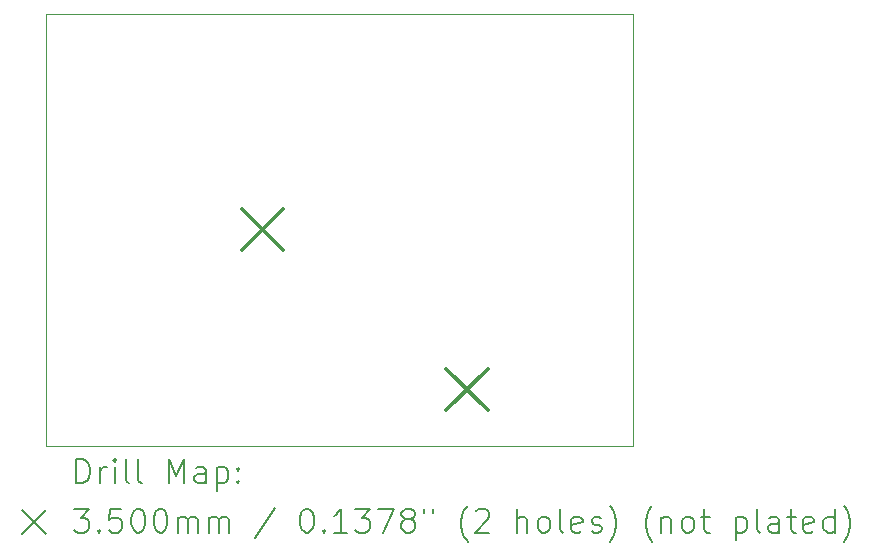
<source format=gbr>
%TF.GenerationSoftware,KiCad,Pcbnew,8.0.5*%
%TF.CreationDate,2025-01-03T23:13:27-05:00*%
%TF.ProjectId,PierogiNixiePSU,50696572-6f67-4694-9e69-786965505355,rev?*%
%TF.SameCoordinates,Original*%
%TF.FileFunction,Drillmap*%
%TF.FilePolarity,Positive*%
%FSLAX45Y45*%
G04 Gerber Fmt 4.5, Leading zero omitted, Abs format (unit mm)*
G04 Created by KiCad (PCBNEW 8.0.5) date 2025-01-03 23:13:27*
%MOMM*%
%LPD*%
G01*
G04 APERTURE LIST*
%ADD10C,0.050000*%
%ADD11C,0.200000*%
%ADD12C,0.350000*%
G04 APERTURE END LIST*
D10*
X2080000Y-2140000D02*
X7050000Y-2140000D01*
X7050000Y-5800000D01*
X2080000Y-5800000D01*
X2080000Y-2140000D01*
D11*
D12*
X3740500Y-3792500D02*
X4090500Y-4142500D01*
X4090500Y-3792500D02*
X3740500Y-4142500D01*
X5470500Y-5147500D02*
X5820500Y-5497500D01*
X5820500Y-5147500D02*
X5470500Y-5497500D01*
D11*
X2338277Y-6113984D02*
X2338277Y-5913984D01*
X2338277Y-5913984D02*
X2385896Y-5913984D01*
X2385896Y-5913984D02*
X2414467Y-5923508D01*
X2414467Y-5923508D02*
X2433515Y-5942555D01*
X2433515Y-5942555D02*
X2443039Y-5961603D01*
X2443039Y-5961603D02*
X2452563Y-5999698D01*
X2452563Y-5999698D02*
X2452563Y-6028269D01*
X2452563Y-6028269D02*
X2443039Y-6066365D01*
X2443039Y-6066365D02*
X2433515Y-6085412D01*
X2433515Y-6085412D02*
X2414467Y-6104460D01*
X2414467Y-6104460D02*
X2385896Y-6113984D01*
X2385896Y-6113984D02*
X2338277Y-6113984D01*
X2538277Y-6113984D02*
X2538277Y-5980650D01*
X2538277Y-6018746D02*
X2547801Y-5999698D01*
X2547801Y-5999698D02*
X2557324Y-5990174D01*
X2557324Y-5990174D02*
X2576372Y-5980650D01*
X2576372Y-5980650D02*
X2595420Y-5980650D01*
X2662086Y-6113984D02*
X2662086Y-5980650D01*
X2662086Y-5913984D02*
X2652563Y-5923508D01*
X2652563Y-5923508D02*
X2662086Y-5933031D01*
X2662086Y-5933031D02*
X2671610Y-5923508D01*
X2671610Y-5923508D02*
X2662086Y-5913984D01*
X2662086Y-5913984D02*
X2662086Y-5933031D01*
X2785896Y-6113984D02*
X2766848Y-6104460D01*
X2766848Y-6104460D02*
X2757324Y-6085412D01*
X2757324Y-6085412D02*
X2757324Y-5913984D01*
X2890658Y-6113984D02*
X2871610Y-6104460D01*
X2871610Y-6104460D02*
X2862086Y-6085412D01*
X2862086Y-6085412D02*
X2862086Y-5913984D01*
X3119229Y-6113984D02*
X3119229Y-5913984D01*
X3119229Y-5913984D02*
X3185896Y-6056841D01*
X3185896Y-6056841D02*
X3252562Y-5913984D01*
X3252562Y-5913984D02*
X3252562Y-6113984D01*
X3433515Y-6113984D02*
X3433515Y-6009222D01*
X3433515Y-6009222D02*
X3423991Y-5990174D01*
X3423991Y-5990174D02*
X3404943Y-5980650D01*
X3404943Y-5980650D02*
X3366848Y-5980650D01*
X3366848Y-5980650D02*
X3347801Y-5990174D01*
X3433515Y-6104460D02*
X3414467Y-6113984D01*
X3414467Y-6113984D02*
X3366848Y-6113984D01*
X3366848Y-6113984D02*
X3347801Y-6104460D01*
X3347801Y-6104460D02*
X3338277Y-6085412D01*
X3338277Y-6085412D02*
X3338277Y-6066365D01*
X3338277Y-6066365D02*
X3347801Y-6047317D01*
X3347801Y-6047317D02*
X3366848Y-6037793D01*
X3366848Y-6037793D02*
X3414467Y-6037793D01*
X3414467Y-6037793D02*
X3433515Y-6028269D01*
X3528753Y-5980650D02*
X3528753Y-6180650D01*
X3528753Y-5990174D02*
X3547801Y-5980650D01*
X3547801Y-5980650D02*
X3585896Y-5980650D01*
X3585896Y-5980650D02*
X3604943Y-5990174D01*
X3604943Y-5990174D02*
X3614467Y-5999698D01*
X3614467Y-5999698D02*
X3623991Y-6018746D01*
X3623991Y-6018746D02*
X3623991Y-6075888D01*
X3623991Y-6075888D02*
X3614467Y-6094936D01*
X3614467Y-6094936D02*
X3604943Y-6104460D01*
X3604943Y-6104460D02*
X3585896Y-6113984D01*
X3585896Y-6113984D02*
X3547801Y-6113984D01*
X3547801Y-6113984D02*
X3528753Y-6104460D01*
X3709705Y-6094936D02*
X3719229Y-6104460D01*
X3719229Y-6104460D02*
X3709705Y-6113984D01*
X3709705Y-6113984D02*
X3700182Y-6104460D01*
X3700182Y-6104460D02*
X3709705Y-6094936D01*
X3709705Y-6094936D02*
X3709705Y-6113984D01*
X3709705Y-5990174D02*
X3719229Y-5999698D01*
X3719229Y-5999698D02*
X3709705Y-6009222D01*
X3709705Y-6009222D02*
X3700182Y-5999698D01*
X3700182Y-5999698D02*
X3709705Y-5990174D01*
X3709705Y-5990174D02*
X3709705Y-6009222D01*
X1877500Y-6342500D02*
X2077500Y-6542500D01*
X2077500Y-6342500D02*
X1877500Y-6542500D01*
X2319229Y-6333984D02*
X2443039Y-6333984D01*
X2443039Y-6333984D02*
X2376372Y-6410174D01*
X2376372Y-6410174D02*
X2404944Y-6410174D01*
X2404944Y-6410174D02*
X2423991Y-6419698D01*
X2423991Y-6419698D02*
X2433515Y-6429222D01*
X2433515Y-6429222D02*
X2443039Y-6448269D01*
X2443039Y-6448269D02*
X2443039Y-6495888D01*
X2443039Y-6495888D02*
X2433515Y-6514936D01*
X2433515Y-6514936D02*
X2423991Y-6524460D01*
X2423991Y-6524460D02*
X2404944Y-6533984D01*
X2404944Y-6533984D02*
X2347801Y-6533984D01*
X2347801Y-6533984D02*
X2328753Y-6524460D01*
X2328753Y-6524460D02*
X2319229Y-6514936D01*
X2528753Y-6514936D02*
X2538277Y-6524460D01*
X2538277Y-6524460D02*
X2528753Y-6533984D01*
X2528753Y-6533984D02*
X2519229Y-6524460D01*
X2519229Y-6524460D02*
X2528753Y-6514936D01*
X2528753Y-6514936D02*
X2528753Y-6533984D01*
X2719229Y-6333984D02*
X2623991Y-6333984D01*
X2623991Y-6333984D02*
X2614467Y-6429222D01*
X2614467Y-6429222D02*
X2623991Y-6419698D01*
X2623991Y-6419698D02*
X2643039Y-6410174D01*
X2643039Y-6410174D02*
X2690658Y-6410174D01*
X2690658Y-6410174D02*
X2709705Y-6419698D01*
X2709705Y-6419698D02*
X2719229Y-6429222D01*
X2719229Y-6429222D02*
X2728753Y-6448269D01*
X2728753Y-6448269D02*
X2728753Y-6495888D01*
X2728753Y-6495888D02*
X2719229Y-6514936D01*
X2719229Y-6514936D02*
X2709705Y-6524460D01*
X2709705Y-6524460D02*
X2690658Y-6533984D01*
X2690658Y-6533984D02*
X2643039Y-6533984D01*
X2643039Y-6533984D02*
X2623991Y-6524460D01*
X2623991Y-6524460D02*
X2614467Y-6514936D01*
X2852562Y-6333984D02*
X2871610Y-6333984D01*
X2871610Y-6333984D02*
X2890658Y-6343508D01*
X2890658Y-6343508D02*
X2900182Y-6353031D01*
X2900182Y-6353031D02*
X2909705Y-6372079D01*
X2909705Y-6372079D02*
X2919229Y-6410174D01*
X2919229Y-6410174D02*
X2919229Y-6457793D01*
X2919229Y-6457793D02*
X2909705Y-6495888D01*
X2909705Y-6495888D02*
X2900182Y-6514936D01*
X2900182Y-6514936D02*
X2890658Y-6524460D01*
X2890658Y-6524460D02*
X2871610Y-6533984D01*
X2871610Y-6533984D02*
X2852562Y-6533984D01*
X2852562Y-6533984D02*
X2833515Y-6524460D01*
X2833515Y-6524460D02*
X2823991Y-6514936D01*
X2823991Y-6514936D02*
X2814467Y-6495888D01*
X2814467Y-6495888D02*
X2804943Y-6457793D01*
X2804943Y-6457793D02*
X2804943Y-6410174D01*
X2804943Y-6410174D02*
X2814467Y-6372079D01*
X2814467Y-6372079D02*
X2823991Y-6353031D01*
X2823991Y-6353031D02*
X2833515Y-6343508D01*
X2833515Y-6343508D02*
X2852562Y-6333984D01*
X3043039Y-6333984D02*
X3062086Y-6333984D01*
X3062086Y-6333984D02*
X3081134Y-6343508D01*
X3081134Y-6343508D02*
X3090658Y-6353031D01*
X3090658Y-6353031D02*
X3100182Y-6372079D01*
X3100182Y-6372079D02*
X3109705Y-6410174D01*
X3109705Y-6410174D02*
X3109705Y-6457793D01*
X3109705Y-6457793D02*
X3100182Y-6495888D01*
X3100182Y-6495888D02*
X3090658Y-6514936D01*
X3090658Y-6514936D02*
X3081134Y-6524460D01*
X3081134Y-6524460D02*
X3062086Y-6533984D01*
X3062086Y-6533984D02*
X3043039Y-6533984D01*
X3043039Y-6533984D02*
X3023991Y-6524460D01*
X3023991Y-6524460D02*
X3014467Y-6514936D01*
X3014467Y-6514936D02*
X3004943Y-6495888D01*
X3004943Y-6495888D02*
X2995420Y-6457793D01*
X2995420Y-6457793D02*
X2995420Y-6410174D01*
X2995420Y-6410174D02*
X3004943Y-6372079D01*
X3004943Y-6372079D02*
X3014467Y-6353031D01*
X3014467Y-6353031D02*
X3023991Y-6343508D01*
X3023991Y-6343508D02*
X3043039Y-6333984D01*
X3195420Y-6533984D02*
X3195420Y-6400650D01*
X3195420Y-6419698D02*
X3204943Y-6410174D01*
X3204943Y-6410174D02*
X3223991Y-6400650D01*
X3223991Y-6400650D02*
X3252563Y-6400650D01*
X3252563Y-6400650D02*
X3271610Y-6410174D01*
X3271610Y-6410174D02*
X3281134Y-6429222D01*
X3281134Y-6429222D02*
X3281134Y-6533984D01*
X3281134Y-6429222D02*
X3290658Y-6410174D01*
X3290658Y-6410174D02*
X3309705Y-6400650D01*
X3309705Y-6400650D02*
X3338277Y-6400650D01*
X3338277Y-6400650D02*
X3357324Y-6410174D01*
X3357324Y-6410174D02*
X3366848Y-6429222D01*
X3366848Y-6429222D02*
X3366848Y-6533984D01*
X3462086Y-6533984D02*
X3462086Y-6400650D01*
X3462086Y-6419698D02*
X3471610Y-6410174D01*
X3471610Y-6410174D02*
X3490658Y-6400650D01*
X3490658Y-6400650D02*
X3519229Y-6400650D01*
X3519229Y-6400650D02*
X3538277Y-6410174D01*
X3538277Y-6410174D02*
X3547801Y-6429222D01*
X3547801Y-6429222D02*
X3547801Y-6533984D01*
X3547801Y-6429222D02*
X3557324Y-6410174D01*
X3557324Y-6410174D02*
X3576372Y-6400650D01*
X3576372Y-6400650D02*
X3604943Y-6400650D01*
X3604943Y-6400650D02*
X3623991Y-6410174D01*
X3623991Y-6410174D02*
X3633515Y-6429222D01*
X3633515Y-6429222D02*
X3633515Y-6533984D01*
X4023991Y-6324460D02*
X3852563Y-6581603D01*
X4281134Y-6333984D02*
X4300182Y-6333984D01*
X4300182Y-6333984D02*
X4319229Y-6343508D01*
X4319229Y-6343508D02*
X4328753Y-6353031D01*
X4328753Y-6353031D02*
X4338277Y-6372079D01*
X4338277Y-6372079D02*
X4347801Y-6410174D01*
X4347801Y-6410174D02*
X4347801Y-6457793D01*
X4347801Y-6457793D02*
X4338277Y-6495888D01*
X4338277Y-6495888D02*
X4328753Y-6514936D01*
X4328753Y-6514936D02*
X4319229Y-6524460D01*
X4319229Y-6524460D02*
X4300182Y-6533984D01*
X4300182Y-6533984D02*
X4281134Y-6533984D01*
X4281134Y-6533984D02*
X4262087Y-6524460D01*
X4262087Y-6524460D02*
X4252563Y-6514936D01*
X4252563Y-6514936D02*
X4243039Y-6495888D01*
X4243039Y-6495888D02*
X4233515Y-6457793D01*
X4233515Y-6457793D02*
X4233515Y-6410174D01*
X4233515Y-6410174D02*
X4243039Y-6372079D01*
X4243039Y-6372079D02*
X4252563Y-6353031D01*
X4252563Y-6353031D02*
X4262087Y-6343508D01*
X4262087Y-6343508D02*
X4281134Y-6333984D01*
X4433515Y-6514936D02*
X4443039Y-6524460D01*
X4443039Y-6524460D02*
X4433515Y-6533984D01*
X4433515Y-6533984D02*
X4423991Y-6524460D01*
X4423991Y-6524460D02*
X4433515Y-6514936D01*
X4433515Y-6514936D02*
X4433515Y-6533984D01*
X4633515Y-6533984D02*
X4519229Y-6533984D01*
X4576372Y-6533984D02*
X4576372Y-6333984D01*
X4576372Y-6333984D02*
X4557325Y-6362555D01*
X4557325Y-6362555D02*
X4538277Y-6381603D01*
X4538277Y-6381603D02*
X4519229Y-6391127D01*
X4700182Y-6333984D02*
X4823991Y-6333984D01*
X4823991Y-6333984D02*
X4757325Y-6410174D01*
X4757325Y-6410174D02*
X4785896Y-6410174D01*
X4785896Y-6410174D02*
X4804944Y-6419698D01*
X4804944Y-6419698D02*
X4814468Y-6429222D01*
X4814468Y-6429222D02*
X4823991Y-6448269D01*
X4823991Y-6448269D02*
X4823991Y-6495888D01*
X4823991Y-6495888D02*
X4814468Y-6514936D01*
X4814468Y-6514936D02*
X4804944Y-6524460D01*
X4804944Y-6524460D02*
X4785896Y-6533984D01*
X4785896Y-6533984D02*
X4728753Y-6533984D01*
X4728753Y-6533984D02*
X4709706Y-6524460D01*
X4709706Y-6524460D02*
X4700182Y-6514936D01*
X4890658Y-6333984D02*
X5023991Y-6333984D01*
X5023991Y-6333984D02*
X4938277Y-6533984D01*
X5128753Y-6419698D02*
X5109706Y-6410174D01*
X5109706Y-6410174D02*
X5100182Y-6400650D01*
X5100182Y-6400650D02*
X5090658Y-6381603D01*
X5090658Y-6381603D02*
X5090658Y-6372079D01*
X5090658Y-6372079D02*
X5100182Y-6353031D01*
X5100182Y-6353031D02*
X5109706Y-6343508D01*
X5109706Y-6343508D02*
X5128753Y-6333984D01*
X5128753Y-6333984D02*
X5166849Y-6333984D01*
X5166849Y-6333984D02*
X5185896Y-6343508D01*
X5185896Y-6343508D02*
X5195420Y-6353031D01*
X5195420Y-6353031D02*
X5204944Y-6372079D01*
X5204944Y-6372079D02*
X5204944Y-6381603D01*
X5204944Y-6381603D02*
X5195420Y-6400650D01*
X5195420Y-6400650D02*
X5185896Y-6410174D01*
X5185896Y-6410174D02*
X5166849Y-6419698D01*
X5166849Y-6419698D02*
X5128753Y-6419698D01*
X5128753Y-6419698D02*
X5109706Y-6429222D01*
X5109706Y-6429222D02*
X5100182Y-6438746D01*
X5100182Y-6438746D02*
X5090658Y-6457793D01*
X5090658Y-6457793D02*
X5090658Y-6495888D01*
X5090658Y-6495888D02*
X5100182Y-6514936D01*
X5100182Y-6514936D02*
X5109706Y-6524460D01*
X5109706Y-6524460D02*
X5128753Y-6533984D01*
X5128753Y-6533984D02*
X5166849Y-6533984D01*
X5166849Y-6533984D02*
X5185896Y-6524460D01*
X5185896Y-6524460D02*
X5195420Y-6514936D01*
X5195420Y-6514936D02*
X5204944Y-6495888D01*
X5204944Y-6495888D02*
X5204944Y-6457793D01*
X5204944Y-6457793D02*
X5195420Y-6438746D01*
X5195420Y-6438746D02*
X5185896Y-6429222D01*
X5185896Y-6429222D02*
X5166849Y-6419698D01*
X5281134Y-6333984D02*
X5281134Y-6372079D01*
X5357325Y-6333984D02*
X5357325Y-6372079D01*
X5652563Y-6610174D02*
X5643039Y-6600650D01*
X5643039Y-6600650D02*
X5623991Y-6572079D01*
X5623991Y-6572079D02*
X5614468Y-6553031D01*
X5614468Y-6553031D02*
X5604944Y-6524460D01*
X5604944Y-6524460D02*
X5595420Y-6476841D01*
X5595420Y-6476841D02*
X5595420Y-6438746D01*
X5595420Y-6438746D02*
X5604944Y-6391127D01*
X5604944Y-6391127D02*
X5614468Y-6362555D01*
X5614468Y-6362555D02*
X5623991Y-6343508D01*
X5623991Y-6343508D02*
X5643039Y-6314936D01*
X5643039Y-6314936D02*
X5652563Y-6305412D01*
X5719229Y-6353031D02*
X5728753Y-6343508D01*
X5728753Y-6343508D02*
X5747801Y-6333984D01*
X5747801Y-6333984D02*
X5795420Y-6333984D01*
X5795420Y-6333984D02*
X5814468Y-6343508D01*
X5814468Y-6343508D02*
X5823991Y-6353031D01*
X5823991Y-6353031D02*
X5833515Y-6372079D01*
X5833515Y-6372079D02*
X5833515Y-6391127D01*
X5833515Y-6391127D02*
X5823991Y-6419698D01*
X5823991Y-6419698D02*
X5709706Y-6533984D01*
X5709706Y-6533984D02*
X5833515Y-6533984D01*
X6071610Y-6533984D02*
X6071610Y-6333984D01*
X6157325Y-6533984D02*
X6157325Y-6429222D01*
X6157325Y-6429222D02*
X6147801Y-6410174D01*
X6147801Y-6410174D02*
X6128753Y-6400650D01*
X6128753Y-6400650D02*
X6100182Y-6400650D01*
X6100182Y-6400650D02*
X6081134Y-6410174D01*
X6081134Y-6410174D02*
X6071610Y-6419698D01*
X6281134Y-6533984D02*
X6262087Y-6524460D01*
X6262087Y-6524460D02*
X6252563Y-6514936D01*
X6252563Y-6514936D02*
X6243039Y-6495888D01*
X6243039Y-6495888D02*
X6243039Y-6438746D01*
X6243039Y-6438746D02*
X6252563Y-6419698D01*
X6252563Y-6419698D02*
X6262087Y-6410174D01*
X6262087Y-6410174D02*
X6281134Y-6400650D01*
X6281134Y-6400650D02*
X6309706Y-6400650D01*
X6309706Y-6400650D02*
X6328753Y-6410174D01*
X6328753Y-6410174D02*
X6338277Y-6419698D01*
X6338277Y-6419698D02*
X6347801Y-6438746D01*
X6347801Y-6438746D02*
X6347801Y-6495888D01*
X6347801Y-6495888D02*
X6338277Y-6514936D01*
X6338277Y-6514936D02*
X6328753Y-6524460D01*
X6328753Y-6524460D02*
X6309706Y-6533984D01*
X6309706Y-6533984D02*
X6281134Y-6533984D01*
X6462087Y-6533984D02*
X6443039Y-6524460D01*
X6443039Y-6524460D02*
X6433515Y-6505412D01*
X6433515Y-6505412D02*
X6433515Y-6333984D01*
X6614468Y-6524460D02*
X6595420Y-6533984D01*
X6595420Y-6533984D02*
X6557325Y-6533984D01*
X6557325Y-6533984D02*
X6538277Y-6524460D01*
X6538277Y-6524460D02*
X6528753Y-6505412D01*
X6528753Y-6505412D02*
X6528753Y-6429222D01*
X6528753Y-6429222D02*
X6538277Y-6410174D01*
X6538277Y-6410174D02*
X6557325Y-6400650D01*
X6557325Y-6400650D02*
X6595420Y-6400650D01*
X6595420Y-6400650D02*
X6614468Y-6410174D01*
X6614468Y-6410174D02*
X6623991Y-6429222D01*
X6623991Y-6429222D02*
X6623991Y-6448269D01*
X6623991Y-6448269D02*
X6528753Y-6467317D01*
X6700182Y-6524460D02*
X6719230Y-6533984D01*
X6719230Y-6533984D02*
X6757325Y-6533984D01*
X6757325Y-6533984D02*
X6776372Y-6524460D01*
X6776372Y-6524460D02*
X6785896Y-6505412D01*
X6785896Y-6505412D02*
X6785896Y-6495888D01*
X6785896Y-6495888D02*
X6776372Y-6476841D01*
X6776372Y-6476841D02*
X6757325Y-6467317D01*
X6757325Y-6467317D02*
X6728753Y-6467317D01*
X6728753Y-6467317D02*
X6709706Y-6457793D01*
X6709706Y-6457793D02*
X6700182Y-6438746D01*
X6700182Y-6438746D02*
X6700182Y-6429222D01*
X6700182Y-6429222D02*
X6709706Y-6410174D01*
X6709706Y-6410174D02*
X6728753Y-6400650D01*
X6728753Y-6400650D02*
X6757325Y-6400650D01*
X6757325Y-6400650D02*
X6776372Y-6410174D01*
X6852563Y-6610174D02*
X6862087Y-6600650D01*
X6862087Y-6600650D02*
X6881134Y-6572079D01*
X6881134Y-6572079D02*
X6890658Y-6553031D01*
X6890658Y-6553031D02*
X6900182Y-6524460D01*
X6900182Y-6524460D02*
X6909706Y-6476841D01*
X6909706Y-6476841D02*
X6909706Y-6438746D01*
X6909706Y-6438746D02*
X6900182Y-6391127D01*
X6900182Y-6391127D02*
X6890658Y-6362555D01*
X6890658Y-6362555D02*
X6881134Y-6343508D01*
X6881134Y-6343508D02*
X6862087Y-6314936D01*
X6862087Y-6314936D02*
X6852563Y-6305412D01*
X7214468Y-6610174D02*
X7204944Y-6600650D01*
X7204944Y-6600650D02*
X7185896Y-6572079D01*
X7185896Y-6572079D02*
X7176372Y-6553031D01*
X7176372Y-6553031D02*
X7166849Y-6524460D01*
X7166849Y-6524460D02*
X7157325Y-6476841D01*
X7157325Y-6476841D02*
X7157325Y-6438746D01*
X7157325Y-6438746D02*
X7166849Y-6391127D01*
X7166849Y-6391127D02*
X7176372Y-6362555D01*
X7176372Y-6362555D02*
X7185896Y-6343508D01*
X7185896Y-6343508D02*
X7204944Y-6314936D01*
X7204944Y-6314936D02*
X7214468Y-6305412D01*
X7290658Y-6400650D02*
X7290658Y-6533984D01*
X7290658Y-6419698D02*
X7300182Y-6410174D01*
X7300182Y-6410174D02*
X7319230Y-6400650D01*
X7319230Y-6400650D02*
X7347801Y-6400650D01*
X7347801Y-6400650D02*
X7366849Y-6410174D01*
X7366849Y-6410174D02*
X7376372Y-6429222D01*
X7376372Y-6429222D02*
X7376372Y-6533984D01*
X7500182Y-6533984D02*
X7481134Y-6524460D01*
X7481134Y-6524460D02*
X7471611Y-6514936D01*
X7471611Y-6514936D02*
X7462087Y-6495888D01*
X7462087Y-6495888D02*
X7462087Y-6438746D01*
X7462087Y-6438746D02*
X7471611Y-6419698D01*
X7471611Y-6419698D02*
X7481134Y-6410174D01*
X7481134Y-6410174D02*
X7500182Y-6400650D01*
X7500182Y-6400650D02*
X7528753Y-6400650D01*
X7528753Y-6400650D02*
X7547801Y-6410174D01*
X7547801Y-6410174D02*
X7557325Y-6419698D01*
X7557325Y-6419698D02*
X7566849Y-6438746D01*
X7566849Y-6438746D02*
X7566849Y-6495888D01*
X7566849Y-6495888D02*
X7557325Y-6514936D01*
X7557325Y-6514936D02*
X7547801Y-6524460D01*
X7547801Y-6524460D02*
X7528753Y-6533984D01*
X7528753Y-6533984D02*
X7500182Y-6533984D01*
X7623992Y-6400650D02*
X7700182Y-6400650D01*
X7652563Y-6333984D02*
X7652563Y-6505412D01*
X7652563Y-6505412D02*
X7662087Y-6524460D01*
X7662087Y-6524460D02*
X7681134Y-6533984D01*
X7681134Y-6533984D02*
X7700182Y-6533984D01*
X7919230Y-6400650D02*
X7919230Y-6600650D01*
X7919230Y-6410174D02*
X7938277Y-6400650D01*
X7938277Y-6400650D02*
X7976373Y-6400650D01*
X7976373Y-6400650D02*
X7995420Y-6410174D01*
X7995420Y-6410174D02*
X8004944Y-6419698D01*
X8004944Y-6419698D02*
X8014468Y-6438746D01*
X8014468Y-6438746D02*
X8014468Y-6495888D01*
X8014468Y-6495888D02*
X8004944Y-6514936D01*
X8004944Y-6514936D02*
X7995420Y-6524460D01*
X7995420Y-6524460D02*
X7976373Y-6533984D01*
X7976373Y-6533984D02*
X7938277Y-6533984D01*
X7938277Y-6533984D02*
X7919230Y-6524460D01*
X8128753Y-6533984D02*
X8109706Y-6524460D01*
X8109706Y-6524460D02*
X8100182Y-6505412D01*
X8100182Y-6505412D02*
X8100182Y-6333984D01*
X8290658Y-6533984D02*
X8290658Y-6429222D01*
X8290658Y-6429222D02*
X8281134Y-6410174D01*
X8281134Y-6410174D02*
X8262087Y-6400650D01*
X8262087Y-6400650D02*
X8223992Y-6400650D01*
X8223992Y-6400650D02*
X8204944Y-6410174D01*
X8290658Y-6524460D02*
X8271611Y-6533984D01*
X8271611Y-6533984D02*
X8223992Y-6533984D01*
X8223992Y-6533984D02*
X8204944Y-6524460D01*
X8204944Y-6524460D02*
X8195420Y-6505412D01*
X8195420Y-6505412D02*
X8195420Y-6486365D01*
X8195420Y-6486365D02*
X8204944Y-6467317D01*
X8204944Y-6467317D02*
X8223992Y-6457793D01*
X8223992Y-6457793D02*
X8271611Y-6457793D01*
X8271611Y-6457793D02*
X8290658Y-6448269D01*
X8357325Y-6400650D02*
X8433515Y-6400650D01*
X8385896Y-6333984D02*
X8385896Y-6505412D01*
X8385896Y-6505412D02*
X8395420Y-6524460D01*
X8395420Y-6524460D02*
X8414468Y-6533984D01*
X8414468Y-6533984D02*
X8433515Y-6533984D01*
X8576373Y-6524460D02*
X8557325Y-6533984D01*
X8557325Y-6533984D02*
X8519230Y-6533984D01*
X8519230Y-6533984D02*
X8500182Y-6524460D01*
X8500182Y-6524460D02*
X8490658Y-6505412D01*
X8490658Y-6505412D02*
X8490658Y-6429222D01*
X8490658Y-6429222D02*
X8500182Y-6410174D01*
X8500182Y-6410174D02*
X8519230Y-6400650D01*
X8519230Y-6400650D02*
X8557325Y-6400650D01*
X8557325Y-6400650D02*
X8576373Y-6410174D01*
X8576373Y-6410174D02*
X8585896Y-6429222D01*
X8585896Y-6429222D02*
X8585896Y-6448269D01*
X8585896Y-6448269D02*
X8490658Y-6467317D01*
X8757325Y-6533984D02*
X8757325Y-6333984D01*
X8757325Y-6524460D02*
X8738277Y-6533984D01*
X8738277Y-6533984D02*
X8700182Y-6533984D01*
X8700182Y-6533984D02*
X8681135Y-6524460D01*
X8681135Y-6524460D02*
X8671611Y-6514936D01*
X8671611Y-6514936D02*
X8662087Y-6495888D01*
X8662087Y-6495888D02*
X8662087Y-6438746D01*
X8662087Y-6438746D02*
X8671611Y-6419698D01*
X8671611Y-6419698D02*
X8681135Y-6410174D01*
X8681135Y-6410174D02*
X8700182Y-6400650D01*
X8700182Y-6400650D02*
X8738277Y-6400650D01*
X8738277Y-6400650D02*
X8757325Y-6410174D01*
X8833516Y-6610174D02*
X8843039Y-6600650D01*
X8843039Y-6600650D02*
X8862087Y-6572079D01*
X8862087Y-6572079D02*
X8871611Y-6553031D01*
X8871611Y-6553031D02*
X8881135Y-6524460D01*
X8881135Y-6524460D02*
X8890658Y-6476841D01*
X8890658Y-6476841D02*
X8890658Y-6438746D01*
X8890658Y-6438746D02*
X8881135Y-6391127D01*
X8881135Y-6391127D02*
X8871611Y-6362555D01*
X8871611Y-6362555D02*
X8862087Y-6343508D01*
X8862087Y-6343508D02*
X8843039Y-6314936D01*
X8843039Y-6314936D02*
X8833516Y-6305412D01*
M02*

</source>
